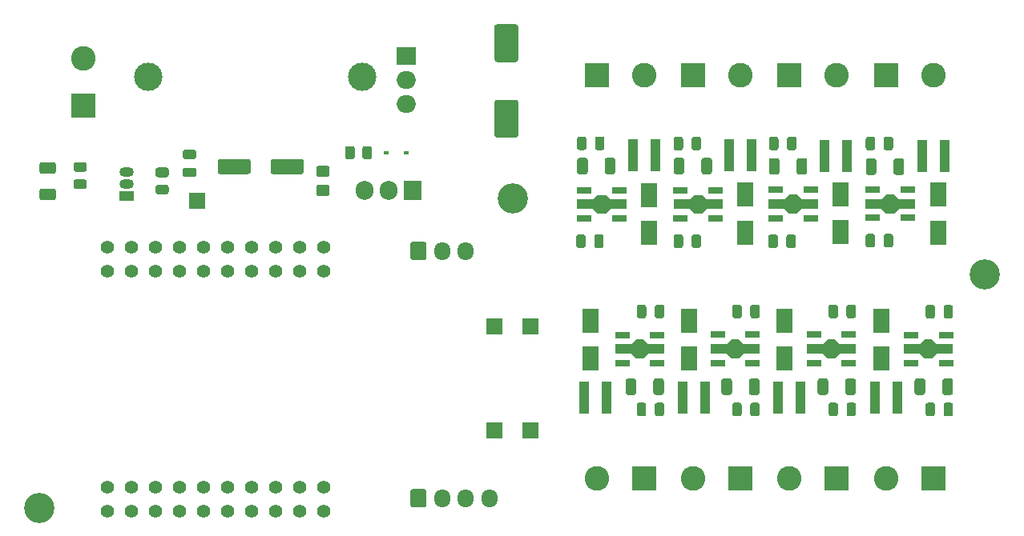
<source format=gts>
G04 #@! TF.GenerationSoftware,KiCad,Pcbnew,5.1.11-e4df9d881f~92~ubuntu20.04.1*
G04 #@! TF.CreationDate,2021-10-31T15:28:21+01:00*
G04 #@! TF.ProjectId,CC dimmer low voltage,43432064-696d-46d6-9572-206c6f772076,0.96*
G04 #@! TF.SameCoordinates,Original*
G04 #@! TF.FileFunction,Soldermask,Top*
G04 #@! TF.FilePolarity,Negative*
%FSLAX46Y46*%
G04 Gerber Fmt 4.6, Leading zero omitted, Abs format (unit mm)*
G04 Created by KiCad (PCBNEW 5.1.11-e4df9d881f~92~ubuntu20.04.1) date 2021-10-31 15:28:21*
%MOMM*%
%LPD*%
G01*
G04 APERTURE LIST*
%ADD10C,0.150000*%
%ADD11R,1.500000X0.700000*%
%ADD12C,2.600000*%
%ADD13R,2.600000X2.600000*%
%ADD14R,0.980000X3.400000*%
%ADD15C,3.000000*%
%ADD16C,1.400000*%
%ADD17R,1.700000X1.700000*%
%ADD18R,1.800000X2.500000*%
%ADD19C,3.200000*%
%ADD20R,0.600000X0.450000*%
%ADD21O,1.700000X1.950000*%
%ADD22O,2.000000X1.905000*%
%ADD23R,2.000000X1.905000*%
%ADD24O,1.500000X1.050000*%
%ADD25R,1.500000X1.050000*%
%ADD26R,1.905000X2.000000*%
%ADD27O,1.905000X2.000000*%
G04 APERTURE END LIST*
G36*
G01*
X167785200Y-76116200D02*
X167785200Y-75166200D01*
G75*
G02*
X168035200Y-74916200I250000J0D01*
G01*
X168535200Y-74916200D01*
G75*
G02*
X168785200Y-75166200I0J-250000D01*
G01*
X168785200Y-76116200D01*
G75*
G02*
X168535200Y-76366200I-250000J0D01*
G01*
X168035200Y-76366200D01*
G75*
G02*
X167785200Y-76116200I0J250000D01*
G01*
G37*
G36*
G01*
X165885200Y-76116200D02*
X165885200Y-75166200D01*
G75*
G02*
X166135200Y-74916200I250000J0D01*
G01*
X166635200Y-74916200D01*
G75*
G02*
X166885200Y-75166200I0J-250000D01*
G01*
X166885200Y-76116200D01*
G75*
G02*
X166635200Y-76366200I-250000J0D01*
G01*
X166135200Y-76366200D01*
G75*
G02*
X165885200Y-76116200I0J250000D01*
G01*
G37*
D10*
G36*
X167679800Y-72229600D02*
G01*
X165979800Y-72229600D01*
X165979800Y-71229600D01*
X167679800Y-71229600D01*
X168179800Y-70729600D01*
X168979800Y-70729600D01*
X169479800Y-71229600D01*
X171179800Y-71229600D01*
X171179800Y-72229600D01*
X169479800Y-72229600D01*
X168979800Y-72729600D01*
X168179800Y-72729600D01*
X167679800Y-72229600D01*
G37*
D11*
X170429800Y-70229600D03*
X170429800Y-73229600D03*
X166729800Y-70229600D03*
X166729800Y-73229600D03*
D12*
X173046400Y-58039000D03*
D13*
X168046400Y-58039000D03*
D14*
X166709000Y-92176600D03*
X169079000Y-92176600D03*
X177097600Y-92176600D03*
X179467600Y-92176600D03*
X187215600Y-92176600D03*
X189585600Y-92176600D03*
X197443000Y-92176600D03*
X199813000Y-92176600D03*
X204816800Y-66598800D03*
X202446800Y-66598800D03*
X194479000Y-66598800D03*
X192109000Y-66598800D03*
X184395200Y-66548000D03*
X182025200Y-66548000D03*
X174209800Y-66573400D03*
X171839800Y-66573400D03*
D15*
X143281400Y-58242200D03*
X120681400Y-58242200D03*
D11*
X186948200Y-73204200D03*
X186948200Y-70204200D03*
X190648200Y-73204200D03*
X190648200Y-70204200D03*
D10*
G36*
X187898200Y-72204200D02*
G01*
X186198200Y-72204200D01*
X186198200Y-71204200D01*
X187898200Y-71204200D01*
X188398200Y-70704200D01*
X189198200Y-70704200D01*
X189698200Y-71204200D01*
X191398200Y-71204200D01*
X191398200Y-72204200D01*
X189698200Y-72204200D01*
X189198200Y-72704200D01*
X188398200Y-72704200D01*
X187898200Y-72204200D01*
G37*
D16*
X139192000Y-76276200D03*
X139192000Y-78816200D03*
X136652000Y-76276200D03*
X136652000Y-78816200D03*
X134112000Y-76276200D03*
X134112000Y-78816200D03*
X131572000Y-76276200D03*
X131572000Y-78816200D03*
X129032000Y-76276200D03*
X129032000Y-78816200D03*
X126492000Y-76276200D03*
X126492000Y-78816200D03*
X123952000Y-76276200D03*
X123952000Y-78816200D03*
X121412000Y-76276200D03*
X121412000Y-78816200D03*
X118872000Y-76276200D03*
X118872000Y-78816200D03*
X116332000Y-76276200D03*
X116332000Y-78816200D03*
X139192000Y-101676200D03*
X139192000Y-104216200D03*
X136652000Y-101676200D03*
X136652000Y-104216200D03*
X134112000Y-101676200D03*
X134112000Y-104216200D03*
X131572000Y-101676200D03*
X131572000Y-104216200D03*
X129032000Y-101676200D03*
X129032000Y-104216200D03*
X126492000Y-101676200D03*
X126492000Y-104216200D03*
X123952000Y-101676200D03*
X123952000Y-104216200D03*
X121412000Y-101676200D03*
X121412000Y-104216200D03*
X118872000Y-101676200D03*
X118872000Y-104216200D03*
X116332000Y-104216200D03*
X116332000Y-101676200D03*
D17*
X161023300Y-95645000D03*
X161023300Y-84645000D03*
D18*
X198120000Y-84029800D03*
X198120000Y-88029800D03*
D19*
X159202000Y-71145000D03*
D18*
X177774600Y-88029800D03*
X177774600Y-84029800D03*
G36*
G01*
X165961400Y-65753000D02*
X165961400Y-64803000D01*
G75*
G02*
X166211400Y-64553000I250000J0D01*
G01*
X166711400Y-64553000D01*
G75*
G02*
X166961400Y-64803000I0J-250000D01*
G01*
X166961400Y-65753000D01*
G75*
G02*
X166711400Y-66003000I-250000J0D01*
G01*
X166211400Y-66003000D01*
G75*
G02*
X165961400Y-65753000I0J250000D01*
G01*
G37*
G36*
G01*
X167861400Y-65753000D02*
X167861400Y-64803000D01*
G75*
G02*
X168111400Y-64553000I250000J0D01*
G01*
X168611400Y-64553000D01*
G75*
G02*
X168861400Y-64803000I0J-250000D01*
G01*
X168861400Y-65753000D01*
G75*
G02*
X168611400Y-66003000I-250000J0D01*
G01*
X168111400Y-66003000D01*
G75*
G02*
X167861400Y-65753000I0J250000D01*
G01*
G37*
G36*
G01*
X176172200Y-76116200D02*
X176172200Y-75166200D01*
G75*
G02*
X176422200Y-74916200I250000J0D01*
G01*
X176922200Y-74916200D01*
G75*
G02*
X177172200Y-75166200I0J-250000D01*
G01*
X177172200Y-76116200D01*
G75*
G02*
X176922200Y-76366200I-250000J0D01*
G01*
X176422200Y-76366200D01*
G75*
G02*
X176172200Y-76116200I0J250000D01*
G01*
G37*
G36*
G01*
X178072200Y-76116200D02*
X178072200Y-75166200D01*
G75*
G02*
X178322200Y-74916200I250000J0D01*
G01*
X178822200Y-74916200D01*
G75*
G02*
X179072200Y-75166200I0J-250000D01*
G01*
X179072200Y-76116200D01*
G75*
G02*
X178822200Y-76366200I-250000J0D01*
G01*
X178322200Y-76366200D01*
G75*
G02*
X178072200Y-76116200I0J250000D01*
G01*
G37*
G36*
G01*
X176172200Y-65778400D02*
X176172200Y-64828400D01*
G75*
G02*
X176422200Y-64578400I250000J0D01*
G01*
X176922200Y-64578400D01*
G75*
G02*
X177172200Y-64828400I0J-250000D01*
G01*
X177172200Y-65778400D01*
G75*
G02*
X176922200Y-66028400I-250000J0D01*
G01*
X176422200Y-66028400D01*
G75*
G02*
X176172200Y-65778400I0J250000D01*
G01*
G37*
G36*
G01*
X178072200Y-65778400D02*
X178072200Y-64828400D01*
G75*
G02*
X178322200Y-64578400I250000J0D01*
G01*
X178822200Y-64578400D01*
G75*
G02*
X179072200Y-64828400I0J-250000D01*
G01*
X179072200Y-65778400D01*
G75*
G02*
X178822200Y-66028400I-250000J0D01*
G01*
X178322200Y-66028400D01*
G75*
G02*
X178072200Y-65778400I0J250000D01*
G01*
G37*
G36*
G01*
X186179800Y-76116200D02*
X186179800Y-75166200D01*
G75*
G02*
X186429800Y-74916200I250000J0D01*
G01*
X186929800Y-74916200D01*
G75*
G02*
X187179800Y-75166200I0J-250000D01*
G01*
X187179800Y-76116200D01*
G75*
G02*
X186929800Y-76366200I-250000J0D01*
G01*
X186429800Y-76366200D01*
G75*
G02*
X186179800Y-76116200I0J250000D01*
G01*
G37*
G36*
G01*
X188079800Y-76116200D02*
X188079800Y-75166200D01*
G75*
G02*
X188329800Y-74916200I250000J0D01*
G01*
X188829800Y-74916200D01*
G75*
G02*
X189079800Y-75166200I0J-250000D01*
G01*
X189079800Y-76116200D01*
G75*
G02*
X188829800Y-76366200I-250000J0D01*
G01*
X188329800Y-76366200D01*
G75*
G02*
X188079800Y-76116200I0J250000D01*
G01*
G37*
G36*
G01*
X188156000Y-65778400D02*
X188156000Y-64828400D01*
G75*
G02*
X188406000Y-64578400I250000J0D01*
G01*
X188906000Y-64578400D01*
G75*
G02*
X189156000Y-64828400I0J-250000D01*
G01*
X189156000Y-65778400D01*
G75*
G02*
X188906000Y-66028400I-250000J0D01*
G01*
X188406000Y-66028400D01*
G75*
G02*
X188156000Y-65778400I0J250000D01*
G01*
G37*
G36*
G01*
X186256000Y-65778400D02*
X186256000Y-64828400D01*
G75*
G02*
X186506000Y-64578400I250000J0D01*
G01*
X187006000Y-64578400D01*
G75*
G02*
X187256000Y-64828400I0J-250000D01*
G01*
X187256000Y-65778400D01*
G75*
G02*
X187006000Y-66028400I-250000J0D01*
G01*
X186506000Y-66028400D01*
G75*
G02*
X186256000Y-65778400I0J250000D01*
G01*
G37*
G36*
G01*
X198366800Y-76065400D02*
X198366800Y-75115400D01*
G75*
G02*
X198616800Y-74865400I250000J0D01*
G01*
X199116800Y-74865400D01*
G75*
G02*
X199366800Y-75115400I0J-250000D01*
G01*
X199366800Y-76065400D01*
G75*
G02*
X199116800Y-76315400I-250000J0D01*
G01*
X198616800Y-76315400D01*
G75*
G02*
X198366800Y-76065400I0J250000D01*
G01*
G37*
G36*
G01*
X196466800Y-76065400D02*
X196466800Y-75115400D01*
G75*
G02*
X196716800Y-74865400I250000J0D01*
G01*
X197216800Y-74865400D01*
G75*
G02*
X197466800Y-75115400I0J-250000D01*
G01*
X197466800Y-76065400D01*
G75*
G02*
X197216800Y-76315400I-250000J0D01*
G01*
X196716800Y-76315400D01*
G75*
G02*
X196466800Y-76065400I0J250000D01*
G01*
G37*
G36*
G01*
X196466800Y-65778400D02*
X196466800Y-64828400D01*
G75*
G02*
X196716800Y-64578400I250000J0D01*
G01*
X197216800Y-64578400D01*
G75*
G02*
X197466800Y-64828400I0J-250000D01*
G01*
X197466800Y-65778400D01*
G75*
G02*
X197216800Y-66028400I-250000J0D01*
G01*
X196716800Y-66028400D01*
G75*
G02*
X196466800Y-65778400I0J250000D01*
G01*
G37*
G36*
G01*
X198366800Y-65778400D02*
X198366800Y-64828400D01*
G75*
G02*
X198616800Y-64578400I250000J0D01*
G01*
X199116800Y-64578400D01*
G75*
G02*
X199366800Y-64828400I0J-250000D01*
G01*
X199366800Y-65778400D01*
G75*
G02*
X199116800Y-66028400I-250000J0D01*
G01*
X198616800Y-66028400D01*
G75*
G02*
X198366800Y-65778400I0J250000D01*
G01*
G37*
G36*
G01*
X203791400Y-82633800D02*
X203791400Y-83583800D01*
G75*
G02*
X203541400Y-83833800I-250000J0D01*
G01*
X203041400Y-83833800D01*
G75*
G02*
X202791400Y-83583800I0J250000D01*
G01*
X202791400Y-82633800D01*
G75*
G02*
X203041400Y-82383800I250000J0D01*
G01*
X203541400Y-82383800D01*
G75*
G02*
X203791400Y-82633800I0J-250000D01*
G01*
G37*
G36*
G01*
X205691400Y-82633800D02*
X205691400Y-83583800D01*
G75*
G02*
X205441400Y-83833800I-250000J0D01*
G01*
X204941400Y-83833800D01*
G75*
G02*
X204691400Y-83583800I0J250000D01*
G01*
X204691400Y-82633800D01*
G75*
G02*
X204941400Y-82383800I250000J0D01*
G01*
X205441400Y-82383800D01*
G75*
G02*
X205691400Y-82633800I0J-250000D01*
G01*
G37*
G36*
G01*
X202791400Y-93921600D02*
X202791400Y-92971600D01*
G75*
G02*
X203041400Y-92721600I250000J0D01*
G01*
X203541400Y-92721600D01*
G75*
G02*
X203791400Y-92971600I0J-250000D01*
G01*
X203791400Y-93921600D01*
G75*
G02*
X203541400Y-94171600I-250000J0D01*
G01*
X203041400Y-94171600D01*
G75*
G02*
X202791400Y-93921600I0J250000D01*
G01*
G37*
G36*
G01*
X204691400Y-93921600D02*
X204691400Y-92971600D01*
G75*
G02*
X204941400Y-92721600I250000J0D01*
G01*
X205441400Y-92721600D01*
G75*
G02*
X205691400Y-92971600I0J-250000D01*
G01*
X205691400Y-93921600D01*
G75*
G02*
X205441400Y-94171600I-250000J0D01*
G01*
X204941400Y-94171600D01*
G75*
G02*
X204691400Y-93921600I0J250000D01*
G01*
G37*
G36*
G01*
X193529800Y-82608400D02*
X193529800Y-83558400D01*
G75*
G02*
X193279800Y-83808400I-250000J0D01*
G01*
X192779800Y-83808400D01*
G75*
G02*
X192529800Y-83558400I0J250000D01*
G01*
X192529800Y-82608400D01*
G75*
G02*
X192779800Y-82358400I250000J0D01*
G01*
X193279800Y-82358400D01*
G75*
G02*
X193529800Y-82608400I0J-250000D01*
G01*
G37*
G36*
G01*
X195429800Y-82608400D02*
X195429800Y-83558400D01*
G75*
G02*
X195179800Y-83808400I-250000J0D01*
G01*
X194679800Y-83808400D01*
G75*
G02*
X194429800Y-83558400I0J250000D01*
G01*
X194429800Y-82608400D01*
G75*
G02*
X194679800Y-82358400I250000J0D01*
G01*
X195179800Y-82358400D01*
G75*
G02*
X195429800Y-82608400I0J-250000D01*
G01*
G37*
G36*
G01*
X194445000Y-93921600D02*
X194445000Y-92971600D01*
G75*
G02*
X194695000Y-92721600I250000J0D01*
G01*
X195195000Y-92721600D01*
G75*
G02*
X195445000Y-92971600I0J-250000D01*
G01*
X195445000Y-93921600D01*
G75*
G02*
X195195000Y-94171600I-250000J0D01*
G01*
X194695000Y-94171600D01*
G75*
G02*
X194445000Y-93921600I0J250000D01*
G01*
G37*
G36*
G01*
X192545000Y-93921600D02*
X192545000Y-92971600D01*
G75*
G02*
X192795000Y-92721600I250000J0D01*
G01*
X193295000Y-92721600D01*
G75*
G02*
X193545000Y-92971600I0J-250000D01*
G01*
X193545000Y-93921600D01*
G75*
G02*
X193295000Y-94171600I-250000J0D01*
G01*
X192795000Y-94171600D01*
G75*
G02*
X192545000Y-93921600I0J250000D01*
G01*
G37*
G36*
G01*
X185269800Y-82608400D02*
X185269800Y-83558400D01*
G75*
G02*
X185019800Y-83808400I-250000J0D01*
G01*
X184519800Y-83808400D01*
G75*
G02*
X184269800Y-83558400I0J250000D01*
G01*
X184269800Y-82608400D01*
G75*
G02*
X184519800Y-82358400I250000J0D01*
G01*
X185019800Y-82358400D01*
G75*
G02*
X185269800Y-82608400I0J-250000D01*
G01*
G37*
G36*
G01*
X183369800Y-82608400D02*
X183369800Y-83558400D01*
G75*
G02*
X183119800Y-83808400I-250000J0D01*
G01*
X182619800Y-83808400D01*
G75*
G02*
X182369800Y-83558400I0J250000D01*
G01*
X182369800Y-82608400D01*
G75*
G02*
X182619800Y-82358400I250000J0D01*
G01*
X183119800Y-82358400D01*
G75*
G02*
X183369800Y-82608400I0J-250000D01*
G01*
G37*
G36*
G01*
X184269800Y-93921600D02*
X184269800Y-92971600D01*
G75*
G02*
X184519800Y-92721600I250000J0D01*
G01*
X185019800Y-92721600D01*
G75*
G02*
X185269800Y-92971600I0J-250000D01*
G01*
X185269800Y-93921600D01*
G75*
G02*
X185019800Y-94171600I-250000J0D01*
G01*
X184519800Y-94171600D01*
G75*
G02*
X184269800Y-93921600I0J250000D01*
G01*
G37*
G36*
G01*
X182369800Y-93921600D02*
X182369800Y-92971600D01*
G75*
G02*
X182619800Y-92721600I250000J0D01*
G01*
X183119800Y-92721600D01*
G75*
G02*
X183369800Y-92971600I0J-250000D01*
G01*
X183369800Y-93921600D01*
G75*
G02*
X183119800Y-94171600I-250000J0D01*
G01*
X182619800Y-94171600D01*
G75*
G02*
X182369800Y-93921600I0J250000D01*
G01*
G37*
G36*
G01*
X173286000Y-82608400D02*
X173286000Y-83558400D01*
G75*
G02*
X173036000Y-83808400I-250000J0D01*
G01*
X172536000Y-83808400D01*
G75*
G02*
X172286000Y-83558400I0J250000D01*
G01*
X172286000Y-82608400D01*
G75*
G02*
X172536000Y-82358400I250000J0D01*
G01*
X173036000Y-82358400D01*
G75*
G02*
X173286000Y-82608400I0J-250000D01*
G01*
G37*
G36*
G01*
X175186000Y-82608400D02*
X175186000Y-83558400D01*
G75*
G02*
X174936000Y-83808400I-250000J0D01*
G01*
X174436000Y-83808400D01*
G75*
G02*
X174186000Y-83558400I0J250000D01*
G01*
X174186000Y-82608400D01*
G75*
G02*
X174436000Y-82358400I250000J0D01*
G01*
X174936000Y-82358400D01*
G75*
G02*
X175186000Y-82608400I0J-250000D01*
G01*
G37*
G36*
G01*
X172275800Y-93921600D02*
X172275800Y-92971600D01*
G75*
G02*
X172525800Y-92721600I250000J0D01*
G01*
X173025800Y-92721600D01*
G75*
G02*
X173275800Y-92971600I0J-250000D01*
G01*
X173275800Y-93921600D01*
G75*
G02*
X173025800Y-94171600I-250000J0D01*
G01*
X172525800Y-94171600D01*
G75*
G02*
X172275800Y-93921600I0J250000D01*
G01*
G37*
G36*
G01*
X174175800Y-93921600D02*
X174175800Y-92971600D01*
G75*
G02*
X174425800Y-92721600I250000J0D01*
G01*
X174925800Y-92721600D01*
G75*
G02*
X175175800Y-92971600I0J-250000D01*
G01*
X175175800Y-93921600D01*
G75*
G02*
X174925800Y-94171600I-250000J0D01*
G01*
X174425800Y-94171600D01*
G75*
G02*
X174175800Y-93921600I0J250000D01*
G01*
G37*
G36*
G01*
X159496000Y-64674000D02*
X157496000Y-64674000D01*
G75*
G02*
X157246000Y-64424000I0J250000D01*
G01*
X157246000Y-60924000D01*
G75*
G02*
X157496000Y-60674000I250000J0D01*
G01*
X159496000Y-60674000D01*
G75*
G02*
X159746000Y-60924000I0J-250000D01*
G01*
X159746000Y-64424000D01*
G75*
G02*
X159496000Y-64674000I-250000J0D01*
G01*
G37*
G36*
G01*
X159496000Y-56674000D02*
X157496000Y-56674000D01*
G75*
G02*
X157246000Y-56424000I0J250000D01*
G01*
X157246000Y-52924000D01*
G75*
G02*
X157496000Y-52674000I250000J0D01*
G01*
X159496000Y-52674000D01*
G75*
G02*
X159746000Y-52924000I0J-250000D01*
G01*
X159746000Y-56424000D01*
G75*
G02*
X159496000Y-56674000I-250000J0D01*
G01*
G37*
G36*
G01*
X137087200Y-67191800D02*
X137087200Y-68291800D01*
G75*
G02*
X136837200Y-68541800I-250000J0D01*
G01*
X133837200Y-68541800D01*
G75*
G02*
X133587200Y-68291800I0J250000D01*
G01*
X133587200Y-67191800D01*
G75*
G02*
X133837200Y-66941800I250000J0D01*
G01*
X136837200Y-66941800D01*
G75*
G02*
X137087200Y-67191800I0J-250000D01*
G01*
G37*
G36*
G01*
X131487200Y-67191800D02*
X131487200Y-68291800D01*
G75*
G02*
X131237200Y-68541800I-250000J0D01*
G01*
X128237200Y-68541800D01*
G75*
G02*
X127987200Y-68291800I0J250000D01*
G01*
X127987200Y-67191800D01*
G75*
G02*
X128237200Y-66941800I250000J0D01*
G01*
X131237200Y-66941800D01*
G75*
G02*
X131487200Y-67191800I0J-250000D01*
G01*
G37*
G36*
G01*
X125493800Y-68861600D02*
X124543800Y-68861600D01*
G75*
G02*
X124293800Y-68611600I0J250000D01*
G01*
X124293800Y-68111600D01*
G75*
G02*
X124543800Y-67861600I250000J0D01*
G01*
X125493800Y-67861600D01*
G75*
G02*
X125743800Y-68111600I0J-250000D01*
G01*
X125743800Y-68611600D01*
G75*
G02*
X125493800Y-68861600I-250000J0D01*
G01*
G37*
G36*
G01*
X125493800Y-66961600D02*
X124543800Y-66961600D01*
G75*
G02*
X124293800Y-66711600I0J250000D01*
G01*
X124293800Y-66211600D01*
G75*
G02*
X124543800Y-65961600I250000J0D01*
G01*
X125493800Y-65961600D01*
G75*
G02*
X125743800Y-66211600I0J-250000D01*
G01*
X125743800Y-66711600D01*
G75*
G02*
X125493800Y-66961600I-250000J0D01*
G01*
G37*
X173532800Y-74745600D03*
X173532800Y-70745600D03*
X183769000Y-74720200D03*
X183769000Y-70720200D03*
X193776600Y-74694800D03*
X193776600Y-70694800D03*
X204165200Y-70720200D03*
X204165200Y-74720200D03*
X187909200Y-88029800D03*
X187909200Y-84029800D03*
X167386000Y-88055200D03*
X167386000Y-84055200D03*
D20*
X147887400Y-66268600D03*
X145787400Y-66268600D03*
G36*
G01*
X110657800Y-71316200D02*
X109407800Y-71316200D01*
G75*
G02*
X109157800Y-71066200I0J250000D01*
G01*
X109157800Y-70316200D01*
G75*
G02*
X109407800Y-70066200I250000J0D01*
G01*
X110657800Y-70066200D01*
G75*
G02*
X110907800Y-70316200I0J-250000D01*
G01*
X110907800Y-71066200D01*
G75*
G02*
X110657800Y-71316200I-250000J0D01*
G01*
G37*
G36*
G01*
X110657800Y-68516200D02*
X109407800Y-68516200D01*
G75*
G02*
X109157800Y-68266200I0J250000D01*
G01*
X109157800Y-67516200D01*
G75*
G02*
X109407800Y-67266200I250000J0D01*
G01*
X110657800Y-67266200D01*
G75*
G02*
X110907800Y-67516200I0J-250000D01*
G01*
X110907800Y-68266200D01*
G75*
G02*
X110657800Y-68516200I-250000J0D01*
G01*
G37*
G36*
G01*
X138665799Y-67656400D02*
X139565801Y-67656400D01*
G75*
G02*
X139815800Y-67906399I0J-249999D01*
G01*
X139815800Y-68606401D01*
G75*
G02*
X139565801Y-68856400I-249999J0D01*
G01*
X138665799Y-68856400D01*
G75*
G02*
X138415800Y-68606401I0J249999D01*
G01*
X138415800Y-67906399D01*
G75*
G02*
X138665799Y-67656400I249999J0D01*
G01*
G37*
G36*
G01*
X138665799Y-69656400D02*
X139565801Y-69656400D01*
G75*
G02*
X139815800Y-69906399I0J-249999D01*
G01*
X139815800Y-70606401D01*
G75*
G02*
X139565801Y-70856400I-249999J0D01*
G01*
X138665799Y-70856400D01*
G75*
G02*
X138415800Y-70606401I0J249999D01*
G01*
X138415800Y-69906399D01*
G75*
G02*
X138665799Y-69656400I249999J0D01*
G01*
G37*
D19*
X109169200Y-103886000D03*
X209016600Y-79121000D03*
G36*
G01*
X148352000Y-77382200D02*
X148352000Y-75932200D01*
G75*
G02*
X148602000Y-75682200I250000J0D01*
G01*
X149802000Y-75682200D01*
G75*
G02*
X150052000Y-75932200I0J-250000D01*
G01*
X150052000Y-77382200D01*
G75*
G02*
X149802000Y-77632200I-250000J0D01*
G01*
X148602000Y-77632200D01*
G75*
G02*
X148352000Y-77382200I0J250000D01*
G01*
G37*
D21*
X151702000Y-76657200D03*
X154202000Y-76657200D03*
G36*
G01*
X148352000Y-103569600D02*
X148352000Y-102119600D01*
G75*
G02*
X148602000Y-101869600I250000J0D01*
G01*
X149802000Y-101869600D01*
G75*
G02*
X150052000Y-102119600I0J-250000D01*
G01*
X150052000Y-103569600D01*
G75*
G02*
X149802000Y-103819600I-250000J0D01*
G01*
X148602000Y-103819600D01*
G75*
G02*
X148352000Y-103569600I0J250000D01*
G01*
G37*
X151702000Y-102844600D03*
X154202000Y-102844600D03*
X156702000Y-102844600D03*
D17*
X157202000Y-84645000D03*
X157202000Y-95645000D03*
X125780800Y-71374000D03*
D22*
X147904200Y-61087000D03*
X147904200Y-58547000D03*
D23*
X147904200Y-56007000D03*
G36*
G01*
X165970600Y-68316003D02*
X165970600Y-67065997D01*
G75*
G02*
X166220597Y-66816000I249997J0D01*
G01*
X166845603Y-66816000D01*
G75*
G02*
X167095600Y-67065997I0J-249997D01*
G01*
X167095600Y-68316003D01*
G75*
G02*
X166845603Y-68566000I-249997J0D01*
G01*
X166220597Y-68566000D01*
G75*
G02*
X165970600Y-68316003I0J249997D01*
G01*
G37*
G36*
G01*
X168895600Y-68316003D02*
X168895600Y-67065997D01*
G75*
G02*
X169145597Y-66816000I249997J0D01*
G01*
X169770603Y-66816000D01*
G75*
G02*
X170020600Y-67065997I0J-249997D01*
G01*
X170020600Y-68316003D01*
G75*
G02*
X169770603Y-68566000I-249997J0D01*
G01*
X169145597Y-68566000D01*
G75*
G02*
X168895600Y-68316003I0J249997D01*
G01*
G37*
G36*
G01*
X179106400Y-68316003D02*
X179106400Y-67065997D01*
G75*
G02*
X179356397Y-66816000I249997J0D01*
G01*
X179981403Y-66816000D01*
G75*
G02*
X180231400Y-67065997I0J-249997D01*
G01*
X180231400Y-68316003D01*
G75*
G02*
X179981403Y-68566000I-249997J0D01*
G01*
X179356397Y-68566000D01*
G75*
G02*
X179106400Y-68316003I0J249997D01*
G01*
G37*
G36*
G01*
X176181400Y-68316003D02*
X176181400Y-67065997D01*
G75*
G02*
X176431397Y-66816000I249997J0D01*
G01*
X177056403Y-66816000D01*
G75*
G02*
X177306400Y-67065997I0J-249997D01*
G01*
X177306400Y-68316003D01*
G75*
G02*
X177056403Y-68566000I-249997J0D01*
G01*
X176431397Y-68566000D01*
G75*
G02*
X176181400Y-68316003I0J249997D01*
G01*
G37*
G36*
G01*
X189164800Y-68341403D02*
X189164800Y-67091397D01*
G75*
G02*
X189414797Y-66841400I249997J0D01*
G01*
X190039803Y-66841400D01*
G75*
G02*
X190289800Y-67091397I0J-249997D01*
G01*
X190289800Y-68341403D01*
G75*
G02*
X190039803Y-68591400I-249997J0D01*
G01*
X189414797Y-68591400D01*
G75*
G02*
X189164800Y-68341403I0J249997D01*
G01*
G37*
G36*
G01*
X186239800Y-68341403D02*
X186239800Y-67091397D01*
G75*
G02*
X186489797Y-66841400I249997J0D01*
G01*
X187114803Y-66841400D01*
G75*
G02*
X187364800Y-67091397I0J-249997D01*
G01*
X187364800Y-68341403D01*
G75*
G02*
X187114803Y-68591400I-249997J0D01*
G01*
X186489797Y-68591400D01*
G75*
G02*
X186239800Y-68341403I0J249997D01*
G01*
G37*
G36*
G01*
X196476000Y-68366803D02*
X196476000Y-67116797D01*
G75*
G02*
X196725997Y-66866800I249997J0D01*
G01*
X197351003Y-66866800D01*
G75*
G02*
X197601000Y-67116797I0J-249997D01*
G01*
X197601000Y-68366803D01*
G75*
G02*
X197351003Y-68616800I-249997J0D01*
G01*
X196725997Y-68616800D01*
G75*
G02*
X196476000Y-68366803I0J249997D01*
G01*
G37*
G36*
G01*
X199401000Y-68366803D02*
X199401000Y-67116797D01*
G75*
G02*
X199650997Y-66866800I249997J0D01*
G01*
X200276003Y-66866800D01*
G75*
G02*
X200526000Y-67116797I0J-249997D01*
G01*
X200526000Y-68366803D01*
G75*
G02*
X200276003Y-68616800I-249997J0D01*
G01*
X199650997Y-68616800D01*
G75*
G02*
X199401000Y-68366803I0J249997D01*
G01*
G37*
G36*
G01*
X202757200Y-90408597D02*
X202757200Y-91658603D01*
G75*
G02*
X202507203Y-91908600I-249997J0D01*
G01*
X201882197Y-91908600D01*
G75*
G02*
X201632200Y-91658603I0J249997D01*
G01*
X201632200Y-90408597D01*
G75*
G02*
X201882197Y-90158600I249997J0D01*
G01*
X202507203Y-90158600D01*
G75*
G02*
X202757200Y-90408597I0J-249997D01*
G01*
G37*
G36*
G01*
X205682200Y-90408597D02*
X205682200Y-91658603D01*
G75*
G02*
X205432203Y-91908600I-249997J0D01*
G01*
X204807197Y-91908600D01*
G75*
G02*
X204557200Y-91658603I0J249997D01*
G01*
X204557200Y-90408597D01*
G75*
G02*
X204807197Y-90158600I249997J0D01*
G01*
X205432203Y-90158600D01*
G75*
G02*
X205682200Y-90408597I0J-249997D01*
G01*
G37*
G36*
G01*
X195431300Y-90408597D02*
X195431300Y-91658603D01*
G75*
G02*
X195181303Y-91908600I-249997J0D01*
G01*
X194556297Y-91908600D01*
G75*
G02*
X194306300Y-91658603I0J249997D01*
G01*
X194306300Y-90408597D01*
G75*
G02*
X194556297Y-90158600I249997J0D01*
G01*
X195181303Y-90158600D01*
G75*
G02*
X195431300Y-90408597I0J-249997D01*
G01*
G37*
G36*
G01*
X192506300Y-90408597D02*
X192506300Y-91658603D01*
G75*
G02*
X192256303Y-91908600I-249997J0D01*
G01*
X191631297Y-91908600D01*
G75*
G02*
X191381300Y-91658603I0J249997D01*
G01*
X191381300Y-90408597D01*
G75*
G02*
X191631297Y-90158600I249997J0D01*
G01*
X192256303Y-90158600D01*
G75*
G02*
X192506300Y-90408597I0J-249997D01*
G01*
G37*
G36*
G01*
X182335600Y-90408597D02*
X182335600Y-91658603D01*
G75*
G02*
X182085603Y-91908600I-249997J0D01*
G01*
X181460597Y-91908600D01*
G75*
G02*
X181210600Y-91658603I0J249997D01*
G01*
X181210600Y-90408597D01*
G75*
G02*
X181460597Y-90158600I249997J0D01*
G01*
X182085603Y-90158600D01*
G75*
G02*
X182335600Y-90408597I0J-249997D01*
G01*
G37*
G36*
G01*
X185260600Y-90408597D02*
X185260600Y-91658603D01*
G75*
G02*
X185010603Y-91908600I-249997J0D01*
G01*
X184385597Y-91908600D01*
G75*
G02*
X184135600Y-91658603I0J249997D01*
G01*
X184135600Y-90408597D01*
G75*
G02*
X184385597Y-90158600I249997J0D01*
G01*
X185010603Y-90158600D01*
G75*
G02*
X185260600Y-90408597I0J-249997D01*
G01*
G37*
G36*
G01*
X175151400Y-90408597D02*
X175151400Y-91658603D01*
G75*
G02*
X174901403Y-91908600I-249997J0D01*
G01*
X174276397Y-91908600D01*
G75*
G02*
X174026400Y-91658603I0J249997D01*
G01*
X174026400Y-90408597D01*
G75*
G02*
X174276397Y-90158600I249997J0D01*
G01*
X174901403Y-90158600D01*
G75*
G02*
X175151400Y-90408597I0J-249997D01*
G01*
G37*
G36*
G01*
X172226400Y-90408597D02*
X172226400Y-91658603D01*
G75*
G02*
X171976403Y-91908600I-249997J0D01*
G01*
X171351397Y-91908600D01*
G75*
G02*
X171101400Y-91658603I0J249997D01*
G01*
X171101400Y-90408597D01*
G75*
G02*
X171351397Y-90158600I249997J0D01*
G01*
X171976403Y-90158600D01*
G75*
G02*
X172226400Y-90408597I0J-249997D01*
G01*
G37*
G36*
G01*
X121673198Y-67840800D02*
X122573202Y-67840800D01*
G75*
G02*
X122823200Y-68090798I0J-249998D01*
G01*
X122823200Y-68615802D01*
G75*
G02*
X122573202Y-68865800I-249998J0D01*
G01*
X121673198Y-68865800D01*
G75*
G02*
X121423200Y-68615802I0J249998D01*
G01*
X121423200Y-68090798D01*
G75*
G02*
X121673198Y-67840800I249998J0D01*
G01*
G37*
G36*
G01*
X121673198Y-69665800D02*
X122573202Y-69665800D01*
G75*
G02*
X122823200Y-69915798I0J-249998D01*
G01*
X122823200Y-70440802D01*
G75*
G02*
X122573202Y-70690800I-249998J0D01*
G01*
X121673198Y-70690800D01*
G75*
G02*
X121423200Y-70440802I0J249998D01*
G01*
X121423200Y-69915798D01*
G75*
G02*
X121673198Y-69665800I249998J0D01*
G01*
G37*
G36*
G01*
X142475000Y-65818598D02*
X142475000Y-66718602D01*
G75*
G02*
X142225002Y-66968600I-249998J0D01*
G01*
X141699998Y-66968600D01*
G75*
G02*
X141450000Y-66718602I0J249998D01*
G01*
X141450000Y-65818598D01*
G75*
G02*
X141699998Y-65568600I249998J0D01*
G01*
X142225002Y-65568600D01*
G75*
G02*
X142475000Y-65818598I0J-249998D01*
G01*
G37*
G36*
G01*
X144300000Y-65818598D02*
X144300000Y-66718602D01*
G75*
G02*
X144050002Y-66968600I-249998J0D01*
G01*
X143524998Y-66968600D01*
G75*
G02*
X143275000Y-66718602I0J249998D01*
G01*
X143275000Y-65818598D01*
G75*
G02*
X143524998Y-65568600I249998J0D01*
G01*
X144050002Y-65568600D01*
G75*
G02*
X144300000Y-65818598I0J-249998D01*
G01*
G37*
G36*
G01*
X113911802Y-70106600D02*
X113011798Y-70106600D01*
G75*
G02*
X112761800Y-69856602I0J249998D01*
G01*
X112761800Y-69331598D01*
G75*
G02*
X113011798Y-69081600I249998J0D01*
G01*
X113911802Y-69081600D01*
G75*
G02*
X114161800Y-69331598I0J-249998D01*
G01*
X114161800Y-69856602D01*
G75*
G02*
X113911802Y-70106600I-249998J0D01*
G01*
G37*
G36*
G01*
X113911802Y-68281600D02*
X113011798Y-68281600D01*
G75*
G02*
X112761800Y-68031602I0J249998D01*
G01*
X112761800Y-67506598D01*
G75*
G02*
X113011798Y-67256600I249998J0D01*
G01*
X113911802Y-67256600D01*
G75*
G02*
X114161800Y-67506598I0J-249998D01*
G01*
X114161800Y-68031602D01*
G75*
G02*
X113911802Y-68281600I-249998J0D01*
G01*
G37*
D10*
G36*
X177865200Y-72229600D02*
G01*
X176165200Y-72229600D01*
X176165200Y-71229600D01*
X177865200Y-71229600D01*
X178365200Y-70729600D01*
X179165200Y-70729600D01*
X179665200Y-71229600D01*
X181365200Y-71229600D01*
X181365200Y-72229600D01*
X179665200Y-72229600D01*
X179165200Y-72729600D01*
X178365200Y-72729600D01*
X177865200Y-72229600D01*
G37*
D11*
X180615200Y-70229600D03*
X180615200Y-73229600D03*
X176915200Y-70229600D03*
X176915200Y-73229600D03*
D10*
G36*
X198159800Y-72178800D02*
G01*
X196459800Y-72178800D01*
X196459800Y-71178800D01*
X198159800Y-71178800D01*
X198659800Y-70678800D01*
X199459800Y-70678800D01*
X199959800Y-71178800D01*
X201659800Y-71178800D01*
X201659800Y-72178800D01*
X199959800Y-72178800D01*
X199459800Y-72678800D01*
X198659800Y-72678800D01*
X198159800Y-72178800D01*
G37*
D11*
X200909800Y-70178800D03*
X200909800Y-73178800D03*
X197209800Y-70178800D03*
X197209800Y-73178800D03*
X204948400Y-85545800D03*
X204948400Y-88545800D03*
X201248400Y-85545800D03*
X201248400Y-88545800D03*
D10*
G36*
X203998400Y-86545800D02*
G01*
X205698400Y-86545800D01*
X205698400Y-87545800D01*
X203998400Y-87545800D01*
X203498400Y-88045800D01*
X202698400Y-88045800D01*
X202198400Y-87545800D01*
X200498400Y-87545800D01*
X200498400Y-86545800D01*
X202198400Y-86545800D01*
X202698400Y-86045800D01*
X203498400Y-86045800D01*
X203998400Y-86545800D01*
G37*
D11*
X194686800Y-85520400D03*
X194686800Y-88520400D03*
X190986800Y-85520400D03*
X190986800Y-88520400D03*
D10*
G36*
X193736800Y-86520400D02*
G01*
X195436800Y-86520400D01*
X195436800Y-87520400D01*
X193736800Y-87520400D01*
X193236800Y-88020400D01*
X192436800Y-88020400D01*
X191936800Y-87520400D01*
X190236800Y-87520400D01*
X190236800Y-86520400D01*
X191936800Y-86520400D01*
X192436800Y-86020400D01*
X193236800Y-86020400D01*
X193736800Y-86520400D01*
G37*
D11*
X184526800Y-85520400D03*
X184526800Y-88520400D03*
X180826800Y-85520400D03*
X180826800Y-88520400D03*
D10*
G36*
X183576800Y-86520400D02*
G01*
X185276800Y-86520400D01*
X185276800Y-87520400D01*
X183576800Y-87520400D01*
X183076800Y-88020400D01*
X182276800Y-88020400D01*
X181776800Y-87520400D01*
X180076800Y-87520400D01*
X180076800Y-86520400D01*
X181776800Y-86520400D01*
X182276800Y-86020400D01*
X183076800Y-86020400D01*
X183576800Y-86520400D01*
G37*
G36*
X173493000Y-86545800D02*
G01*
X175193000Y-86545800D01*
X175193000Y-87545800D01*
X173493000Y-87545800D01*
X172993000Y-88045800D01*
X172193000Y-88045800D01*
X171693000Y-87545800D01*
X169993000Y-87545800D01*
X169993000Y-86545800D01*
X171693000Y-86545800D01*
X172193000Y-86045800D01*
X172993000Y-86045800D01*
X173493000Y-86545800D01*
G37*
D11*
X170743000Y-88545800D03*
X170743000Y-85545800D03*
X174443000Y-88545800D03*
X174443000Y-85545800D03*
D24*
X118389400Y-69596000D03*
X118389400Y-68326000D03*
D25*
X118389400Y-70866000D03*
D26*
X148590000Y-70281800D03*
D27*
X146050000Y-70281800D03*
X143510000Y-70281800D03*
D12*
X183231800Y-58039000D03*
D13*
X178231800Y-58039000D03*
D12*
X193417200Y-58039000D03*
D13*
X188417200Y-58039000D03*
D12*
X203602600Y-58039000D03*
D13*
X198602600Y-58039000D03*
X203606400Y-100736400D03*
D12*
X198606400Y-100736400D03*
D13*
X193421000Y-100736400D03*
D12*
X188421000Y-100736400D03*
D13*
X183235600Y-100711000D03*
D12*
X178235600Y-100711000D03*
D13*
X173050200Y-100711000D03*
D12*
X168050200Y-100711000D03*
D13*
X113792000Y-61290200D03*
D12*
X113792000Y-56290200D03*
M02*

</source>
